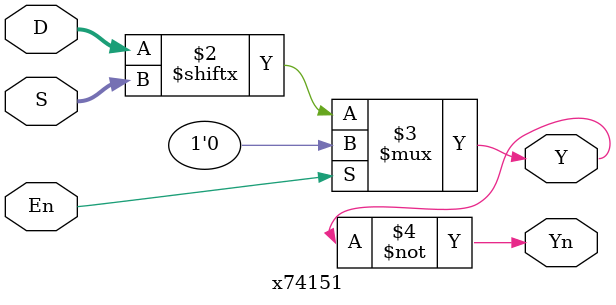
<source format=v>
module x74151(
    En,
    S,
    D,
    Y,
    Yn
);

input wire  En;  //使能端
input wire [2:0] S;   //选择端
input wire [7:0] D;  //输入端
output wire Y;  //输出端
output wire Yn;  //输出端


assign Y = (En == 1'b0) ? D[S] : 1'b0;
assign Yn = ~Y;

endmodule
</source>
